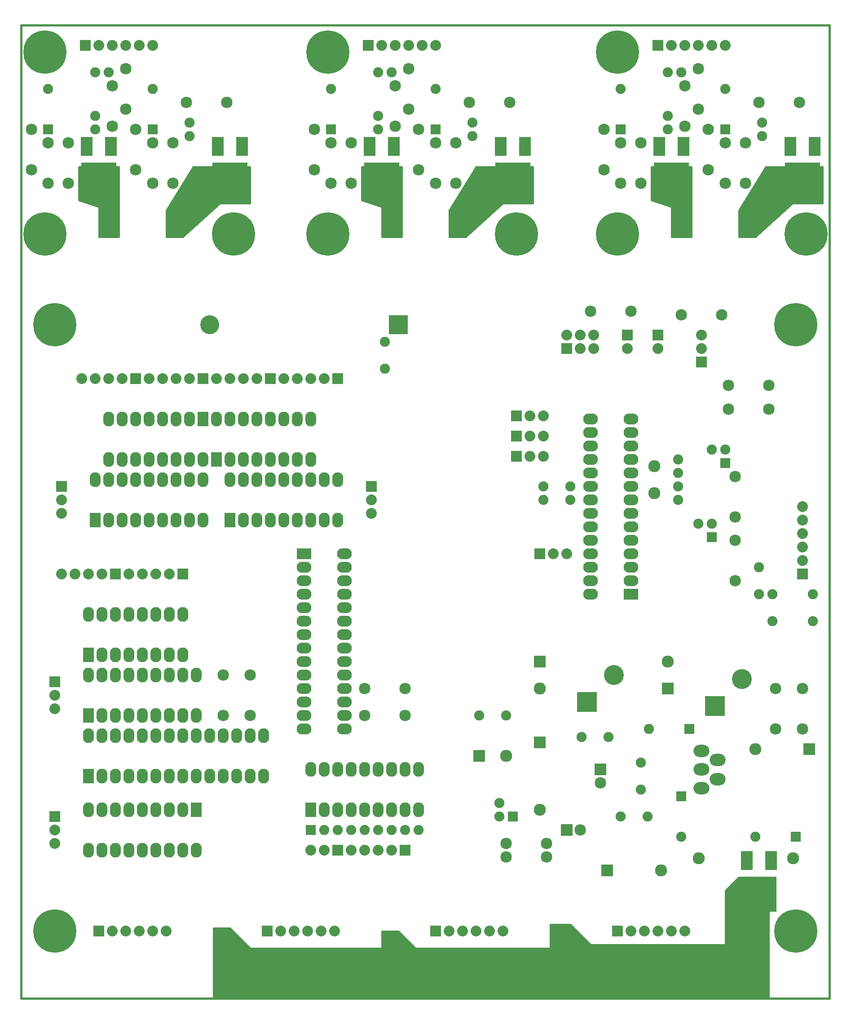
<source format=gbs>
G04 (created by PCBNEW-RS274X (2011-05-25)-stable) date Mon 18 Jun 2012 11:26:01 PM MDT*
G01*
G70*
G90*
%MOIN*%
G04 Gerber Fmt 3.4, Leading zero omitted, Abs format*
%FSLAX34Y34*%
G04 APERTURE LIST*
%ADD10C,0.006000*%
%ADD11C,0.015000*%
%ADD12C,0.085000*%
%ADD13R,0.080000X0.080000*%
%ADD14C,0.080000*%
%ADD15R,0.085000X0.140000*%
%ADD16R,0.260000X0.260000*%
%ADD17R,0.075000X0.075000*%
%ADD18C,0.075000*%
%ADD19C,0.320000*%
%ADD20O,0.110000X0.082000*%
%ADD21R,0.110000X0.082000*%
%ADD22O,0.082000X0.110000*%
%ADD23R,0.082000X0.110000*%
%ADD24C,0.090000*%
%ADD25R,0.090000X0.090000*%
%ADD26R,0.085000X0.085000*%
%ADD27R,0.140000X0.140000*%
%ADD28C,0.140000*%
%ADD29O,0.118400X0.090900*%
%ADD30R,0.147600X0.147600*%
%ADD31C,0.147600*%
%ADD32C,0.010000*%
G04 APERTURE END LIST*
G54D10*
G54D11*
X68250Y-04750D02*
X68250Y-77000D01*
X08250Y-04750D02*
X68250Y-04750D01*
X08250Y-77000D02*
X08250Y-04750D01*
X68250Y-77000D02*
X08250Y-77000D01*
G54D12*
X52750Y-13500D03*
X52750Y-16500D03*
X63000Y-10500D03*
X66000Y-10500D03*
X57500Y-12250D03*
X57500Y-09250D03*
X62000Y-16500D03*
X62000Y-13500D03*
X54250Y-16500D03*
X54250Y-13500D03*
X60500Y-13500D03*
X60500Y-16500D03*
X59250Y-12500D03*
X59250Y-15500D03*
X51500Y-12500D03*
X51500Y-15500D03*
X58500Y-08000D03*
X58500Y-11000D03*
G54D13*
X55500Y-06250D03*
G54D14*
X56500Y-06250D03*
X57500Y-06250D03*
X58500Y-06250D03*
X59500Y-06250D03*
X60500Y-06250D03*
G54D15*
X65350Y-13750D03*
G54D16*
X66250Y-16250D03*
G54D15*
X67150Y-13750D03*
X55600Y-13750D03*
G54D16*
X56500Y-16250D03*
G54D15*
X57400Y-13750D03*
G54D17*
X52750Y-12500D03*
G54D18*
X52750Y-09500D03*
G54D19*
X66500Y-20250D03*
X52500Y-06750D03*
X52500Y-20250D03*
G54D18*
X56250Y-08250D03*
X57250Y-08250D03*
X56250Y-11500D03*
X56250Y-12500D03*
X63250Y-12000D03*
X63250Y-13000D03*
G54D17*
X60500Y-12500D03*
G54D18*
X60500Y-09500D03*
G54D17*
X39000Y-12500D03*
G54D18*
X39000Y-09500D03*
X41750Y-12000D03*
X41750Y-13000D03*
X34750Y-11500D03*
X34750Y-12500D03*
X34750Y-08250D03*
X35750Y-08250D03*
G54D19*
X31000Y-20250D03*
X31000Y-06750D03*
X45000Y-20250D03*
G54D17*
X31250Y-12500D03*
G54D18*
X31250Y-09500D03*
G54D15*
X34100Y-13750D03*
G54D16*
X35000Y-16250D03*
G54D15*
X35900Y-13750D03*
X43850Y-13750D03*
G54D16*
X44750Y-16250D03*
G54D15*
X45650Y-13750D03*
G54D13*
X34000Y-06250D03*
G54D14*
X35000Y-06250D03*
X36000Y-06250D03*
X37000Y-06250D03*
X38000Y-06250D03*
X39000Y-06250D03*
G54D12*
X37000Y-08000D03*
X37000Y-11000D03*
X30000Y-12500D03*
X30000Y-15500D03*
X37750Y-12500D03*
X37750Y-15500D03*
X39000Y-13500D03*
X39000Y-16500D03*
X32750Y-16500D03*
X32750Y-13500D03*
X40500Y-16500D03*
X40500Y-13500D03*
X36000Y-12250D03*
X36000Y-09250D03*
X41500Y-10500D03*
X44500Y-10500D03*
X31250Y-13500D03*
X31250Y-16500D03*
G54D13*
X45000Y-35250D03*
G54D14*
X46000Y-35250D03*
X47000Y-35250D03*
G54D13*
X45000Y-36750D03*
G54D14*
X46000Y-36750D03*
X47000Y-36750D03*
G54D13*
X45000Y-33750D03*
G54D14*
X46000Y-33750D03*
X47000Y-33750D03*
G54D13*
X14000Y-72000D03*
G54D14*
X15000Y-72000D03*
X16000Y-72000D03*
X17000Y-72000D03*
X18000Y-72000D03*
X19000Y-72000D03*
G54D13*
X26500Y-72000D03*
G54D14*
X27500Y-72000D03*
X28500Y-72000D03*
X29500Y-72000D03*
X30500Y-72000D03*
X31500Y-72000D03*
G54D20*
X29250Y-45000D03*
X29250Y-46000D03*
X29250Y-47000D03*
X29250Y-48000D03*
X29250Y-49000D03*
X29250Y-50000D03*
X29250Y-51000D03*
X29250Y-52000D03*
X29250Y-53000D03*
X29250Y-54000D03*
X29250Y-55000D03*
X29250Y-56000D03*
X29250Y-57000D03*
G54D21*
X29250Y-44000D03*
G54D20*
X32250Y-57000D03*
X32250Y-56000D03*
X32250Y-55000D03*
X32250Y-54000D03*
X32250Y-53000D03*
X32250Y-52000D03*
X32250Y-51000D03*
X32250Y-50000D03*
X32250Y-49000D03*
X32250Y-48000D03*
X32250Y-47000D03*
X32250Y-46000D03*
X32250Y-45000D03*
X32250Y-44000D03*
G54D22*
X14250Y-60500D03*
X15250Y-60500D03*
X16250Y-60500D03*
X17250Y-60500D03*
X18250Y-60500D03*
X19250Y-60500D03*
X20250Y-60500D03*
X21250Y-60500D03*
X22250Y-60500D03*
X23250Y-60500D03*
X24250Y-60500D03*
X25250Y-60500D03*
X26250Y-60500D03*
G54D23*
X13250Y-60500D03*
G54D22*
X26250Y-57500D03*
X25250Y-57500D03*
X24250Y-57500D03*
X23250Y-57500D03*
X22250Y-57500D03*
X21250Y-57500D03*
X20250Y-57500D03*
X19250Y-57500D03*
X18250Y-57500D03*
X17250Y-57500D03*
X16250Y-57500D03*
X15250Y-57500D03*
X14250Y-57500D03*
X13250Y-57500D03*
G54D23*
X29750Y-63000D03*
G54D22*
X30750Y-63000D03*
X31750Y-63000D03*
X32750Y-63000D03*
X33750Y-63000D03*
X34750Y-63000D03*
X35750Y-63000D03*
X36750Y-63000D03*
X37750Y-63000D03*
X37750Y-60000D03*
X36750Y-60000D03*
X35750Y-60000D03*
X34750Y-60000D03*
X33750Y-60000D03*
X32750Y-60000D03*
X31750Y-60000D03*
X30750Y-60000D03*
X29750Y-60000D03*
G54D24*
X62750Y-58500D03*
G54D25*
X66750Y-58500D03*
G54D17*
X65750Y-65000D03*
G54D18*
X62750Y-65000D03*
X49000Y-39000D03*
X47000Y-39000D03*
X54750Y-63500D03*
X52750Y-63500D03*
X35250Y-30250D03*
X35250Y-28250D03*
X57000Y-39000D03*
X57000Y-40000D03*
X49850Y-57600D03*
X51850Y-57600D03*
X57000Y-38000D03*
X57000Y-37000D03*
G54D13*
X39000Y-72000D03*
G54D14*
X40000Y-72000D03*
X41000Y-72000D03*
X42000Y-72000D03*
X43000Y-72000D03*
X44000Y-72000D03*
G54D25*
X46750Y-52000D03*
G54D24*
X46750Y-54000D03*
G54D18*
X63000Y-47000D03*
X63000Y-45000D03*
G54D24*
X46750Y-63000D03*
G54D25*
X46750Y-58000D03*
G54D24*
X55750Y-67500D03*
G54D25*
X51750Y-67500D03*
G54D17*
X57250Y-62000D03*
G54D18*
X57250Y-65000D03*
G54D17*
X57850Y-57000D03*
G54D18*
X54850Y-57000D03*
G54D13*
X52500Y-72000D03*
G54D14*
X53500Y-72000D03*
X54500Y-72000D03*
X55500Y-72000D03*
X56500Y-72000D03*
X57500Y-72000D03*
G54D20*
X53500Y-46000D03*
X53500Y-45000D03*
X53500Y-44000D03*
X53500Y-43000D03*
X53500Y-42000D03*
X53500Y-41000D03*
X53500Y-40000D03*
X53500Y-39000D03*
X53500Y-38000D03*
X53500Y-37000D03*
X53500Y-36000D03*
X53500Y-35000D03*
X53500Y-34000D03*
G54D21*
X53500Y-47000D03*
G54D20*
X50500Y-34000D03*
X50500Y-35000D03*
X50500Y-36000D03*
X50500Y-37000D03*
X50500Y-38000D03*
X50500Y-39000D03*
X50500Y-40000D03*
X50500Y-41000D03*
X50500Y-42000D03*
X50500Y-43000D03*
X50500Y-44000D03*
X50500Y-45000D03*
X50500Y-46000D03*
X50500Y-47000D03*
G54D13*
X48750Y-28750D03*
G54D14*
X48750Y-27750D03*
X49750Y-28750D03*
X49750Y-27750D03*
X50750Y-28750D03*
X50750Y-27750D03*
G54D18*
X67000Y-47000D03*
X67000Y-49000D03*
X64000Y-47000D03*
X64000Y-49000D03*
G54D26*
X48750Y-64500D03*
G54D12*
X49750Y-64500D03*
G54D25*
X42250Y-59000D03*
G54D24*
X44250Y-59000D03*
G54D18*
X44250Y-56000D03*
X42250Y-56000D03*
G54D25*
X56250Y-54000D03*
G54D24*
X56250Y-52000D03*
G54D26*
X51250Y-60000D03*
G54D12*
X51250Y-61000D03*
G54D18*
X54250Y-61500D03*
X54250Y-59500D03*
X47000Y-40000D03*
X49000Y-40000D03*
G54D12*
X47250Y-66500D03*
X44250Y-66500D03*
X44250Y-65500D03*
X47250Y-65500D03*
X66250Y-54000D03*
X66250Y-57000D03*
X64250Y-57000D03*
X64250Y-54000D03*
X25250Y-56000D03*
X25250Y-53000D03*
X50500Y-26000D03*
X53500Y-26000D03*
G54D17*
X44750Y-63500D03*
G54D18*
X43750Y-63500D03*
X43750Y-62500D03*
G54D24*
X55250Y-37500D03*
X55250Y-39500D03*
G54D23*
X23750Y-41500D03*
G54D22*
X24750Y-41500D03*
X25750Y-41500D03*
X26750Y-41500D03*
X27750Y-41500D03*
X28750Y-41500D03*
X29750Y-41500D03*
X30750Y-41500D03*
X31750Y-41500D03*
X31750Y-38500D03*
X30750Y-38500D03*
X29750Y-38500D03*
X28750Y-38500D03*
X27750Y-38500D03*
X26750Y-38500D03*
X25750Y-38500D03*
X24750Y-38500D03*
X23750Y-38500D03*
G54D23*
X13750Y-41500D03*
G54D22*
X14750Y-41500D03*
X15750Y-41500D03*
X16750Y-41500D03*
X17750Y-41500D03*
X18750Y-41500D03*
X19750Y-41500D03*
X20750Y-41500D03*
X21750Y-41500D03*
X21750Y-38500D03*
X20750Y-38500D03*
X19750Y-38500D03*
X18750Y-38500D03*
X17750Y-38500D03*
X16750Y-38500D03*
X15750Y-38500D03*
X14750Y-38500D03*
X13750Y-38500D03*
G54D23*
X13250Y-56000D03*
G54D22*
X14250Y-56000D03*
X15250Y-56000D03*
X16250Y-56000D03*
X17250Y-56000D03*
X18250Y-56000D03*
X19250Y-56000D03*
X20250Y-56000D03*
X21250Y-56000D03*
X21250Y-53000D03*
X20250Y-53000D03*
X19250Y-53000D03*
X18250Y-53000D03*
X17250Y-53000D03*
X16250Y-53000D03*
X15250Y-53000D03*
X14250Y-53000D03*
X13250Y-53000D03*
G54D23*
X21250Y-63000D03*
G54D22*
X20250Y-63000D03*
X19250Y-63000D03*
X18250Y-63000D03*
X17250Y-63000D03*
X16250Y-63000D03*
X15250Y-63000D03*
X14250Y-63000D03*
X13250Y-63000D03*
X13250Y-66000D03*
X14250Y-66000D03*
X15250Y-66000D03*
X16250Y-66000D03*
X17250Y-66000D03*
X18250Y-66000D03*
X19250Y-66000D03*
X20250Y-66000D03*
X21250Y-66000D03*
G54D12*
X63750Y-33250D03*
X60750Y-33250D03*
X63750Y-31500D03*
X60750Y-31500D03*
G54D27*
X36250Y-27000D03*
G54D28*
X22250Y-27000D03*
G54D12*
X33750Y-56000D03*
X36750Y-56000D03*
G54D23*
X21750Y-34000D03*
G54D22*
X20750Y-34000D03*
X19750Y-34000D03*
X18750Y-34000D03*
X17750Y-34000D03*
X16750Y-34000D03*
X15750Y-34000D03*
X14750Y-34000D03*
X14750Y-37000D03*
X15750Y-37000D03*
X16750Y-37000D03*
X17750Y-37000D03*
X18750Y-37000D03*
X19750Y-37000D03*
X20750Y-37000D03*
X21750Y-37000D03*
G54D23*
X22750Y-37000D03*
G54D22*
X23750Y-37000D03*
X24750Y-37000D03*
X25750Y-37000D03*
X26750Y-37000D03*
X27750Y-37000D03*
X28750Y-37000D03*
X29750Y-37000D03*
X29750Y-34000D03*
X28750Y-34000D03*
X27750Y-34000D03*
X26750Y-34000D03*
X25750Y-34000D03*
X24750Y-34000D03*
X23750Y-34000D03*
X22750Y-34000D03*
G54D13*
X66250Y-45500D03*
G54D14*
X66250Y-44500D03*
X66250Y-43500D03*
X66250Y-42500D03*
X66250Y-41500D03*
X66250Y-40500D03*
G54D29*
X58754Y-60000D03*
X58754Y-58622D03*
X58754Y-61378D03*
X59935Y-60709D03*
X59935Y-59291D03*
G54D19*
X10750Y-27000D03*
X65750Y-27000D03*
X10750Y-72000D03*
X65750Y-72000D03*
G54D17*
X29750Y-64500D03*
G54D18*
X30750Y-64500D03*
X31750Y-64500D03*
X32750Y-64500D03*
X33750Y-64500D03*
X34750Y-64500D03*
X35750Y-64500D03*
X36750Y-64500D03*
X37750Y-64500D03*
G54D12*
X61250Y-41250D03*
X61250Y-38250D03*
X61250Y-43000D03*
X61250Y-46000D03*
X33750Y-54000D03*
X36750Y-54000D03*
X23250Y-56000D03*
X23250Y-53000D03*
G54D13*
X31750Y-66000D03*
G54D14*
X30750Y-66000D03*
X29750Y-66000D03*
G54D13*
X34250Y-39000D03*
G54D14*
X34250Y-40000D03*
X34250Y-41000D03*
G54D13*
X11250Y-39000D03*
G54D14*
X11250Y-40000D03*
X11250Y-41000D03*
G54D13*
X10750Y-53500D03*
G54D14*
X10750Y-54500D03*
X10750Y-55500D03*
G54D13*
X10750Y-63500D03*
G54D14*
X10750Y-64500D03*
X10750Y-65500D03*
G54D23*
X13250Y-51500D03*
G54D22*
X14250Y-51500D03*
X15250Y-51500D03*
X16250Y-51500D03*
X17250Y-51500D03*
X18250Y-51500D03*
X19250Y-51500D03*
X20250Y-51500D03*
X20250Y-48500D03*
X19250Y-48500D03*
X18250Y-48500D03*
X17250Y-48500D03*
X16250Y-48500D03*
X15250Y-48500D03*
X14250Y-48500D03*
X13250Y-48500D03*
G54D13*
X21750Y-31000D03*
G54D14*
X20750Y-31000D03*
X19750Y-31000D03*
X18750Y-31000D03*
X17750Y-31000D03*
G54D13*
X31750Y-31000D03*
G54D14*
X30750Y-31000D03*
X29750Y-31000D03*
X28750Y-31000D03*
X27750Y-31000D03*
G54D13*
X36750Y-66000D03*
G54D14*
X35750Y-66000D03*
X34750Y-66000D03*
X33750Y-66000D03*
X32750Y-66000D03*
G54D13*
X20250Y-45500D03*
G54D14*
X19250Y-45500D03*
X18250Y-45500D03*
X17250Y-45500D03*
X16250Y-45500D03*
G54D17*
X59500Y-42750D03*
G54D18*
X59500Y-41750D03*
X58500Y-41750D03*
G54D17*
X60500Y-37250D03*
G54D18*
X60500Y-36250D03*
X59500Y-36250D03*
G54D13*
X55500Y-27750D03*
G54D14*
X55500Y-28750D03*
G54D13*
X53250Y-27750D03*
G54D14*
X53250Y-28750D03*
G54D13*
X16750Y-31000D03*
G54D14*
X15750Y-31000D03*
X14750Y-31000D03*
X13750Y-31000D03*
X12750Y-31000D03*
G54D13*
X26750Y-31000D03*
G54D14*
X25750Y-31000D03*
X24750Y-31000D03*
X23750Y-31000D03*
X22750Y-31000D03*
G54D13*
X15250Y-45500D03*
G54D14*
X14250Y-45500D03*
X13250Y-45500D03*
X12250Y-45500D03*
X11250Y-45500D03*
G54D12*
X57250Y-26250D03*
X60250Y-26250D03*
G54D13*
X46750Y-44000D03*
G54D14*
X47750Y-44000D03*
X48750Y-44000D03*
G54D13*
X58750Y-29750D03*
G54D14*
X58750Y-28750D03*
X58750Y-27750D03*
G54D15*
X62100Y-66750D03*
G54D16*
X63000Y-69250D03*
G54D15*
X63900Y-66750D03*
G54D24*
X58550Y-66600D03*
X65550Y-66600D03*
G54D30*
X50250Y-55000D03*
G54D31*
X52250Y-53000D03*
G54D30*
X59750Y-55300D03*
G54D31*
X61750Y-53300D03*
G54D12*
X10250Y-13500D03*
X10250Y-16500D03*
X20500Y-10500D03*
X23500Y-10500D03*
X15000Y-12250D03*
X15000Y-09250D03*
X19500Y-16500D03*
X19500Y-13500D03*
X11750Y-16500D03*
X11750Y-13500D03*
X18000Y-13500D03*
X18000Y-16500D03*
X16750Y-12500D03*
X16750Y-15500D03*
X09000Y-12500D03*
X09000Y-15500D03*
X16000Y-08000D03*
X16000Y-11000D03*
G54D13*
X13000Y-06250D03*
G54D14*
X14000Y-06250D03*
X15000Y-06250D03*
X16000Y-06250D03*
X17000Y-06250D03*
X18000Y-06250D03*
G54D15*
X22850Y-13750D03*
G54D16*
X23750Y-16250D03*
G54D15*
X24650Y-13750D03*
X13100Y-13750D03*
G54D16*
X14000Y-16250D03*
G54D15*
X14900Y-13750D03*
G54D17*
X10250Y-12500D03*
G54D18*
X10250Y-09500D03*
G54D19*
X24000Y-20250D03*
X10000Y-06750D03*
X10000Y-20250D03*
G54D18*
X13750Y-08250D03*
X14750Y-08250D03*
X13750Y-11500D03*
X13750Y-12500D03*
X20750Y-12000D03*
X20750Y-13000D03*
G54D17*
X18000Y-12500D03*
G54D18*
X18000Y-09500D03*
G54D10*
G36*
X63750Y-77000D02*
X63750Y-68000D01*
X61500Y-68000D01*
X60500Y-69000D01*
X60500Y-73000D01*
X50500Y-73000D01*
X49000Y-71500D01*
X47500Y-71500D01*
X47500Y-73250D01*
X37500Y-73250D01*
X36250Y-72000D01*
X35000Y-72000D01*
X35000Y-73250D01*
X25250Y-73250D01*
X23750Y-71750D01*
X22500Y-71750D01*
X22500Y-77000D01*
X63750Y-77000D01*
X63750Y-77000D01*
G37*
G54D32*
X63750Y-77000D02*
X63750Y-68000D01*
X61500Y-68000D01*
X60500Y-69000D01*
X60500Y-73000D01*
X50500Y-73000D01*
X49000Y-71500D01*
X47500Y-71500D01*
X47500Y-73250D01*
X37500Y-73250D01*
X36250Y-72000D01*
X35000Y-72000D01*
X35000Y-73250D01*
X25250Y-73250D01*
X23750Y-71750D01*
X22500Y-71750D01*
X22500Y-77000D01*
X63750Y-77000D01*
G54D10*
G36*
X20250Y-20500D02*
X23000Y-18000D01*
X25250Y-18000D01*
X25250Y-15250D01*
X21000Y-15250D01*
X19000Y-18500D01*
X19000Y-20500D01*
X20250Y-20500D01*
X20250Y-20500D01*
G37*
G54D32*
X20250Y-20500D02*
X23000Y-18000D01*
X25250Y-18000D01*
X25250Y-15250D01*
X21000Y-15250D01*
X19000Y-18500D01*
X19000Y-20500D01*
X20250Y-20500D01*
G54D10*
G36*
X15500Y-20500D02*
X15500Y-15250D01*
X12500Y-15250D01*
X12500Y-17750D01*
X14000Y-18250D01*
X14000Y-20500D01*
X15500Y-20500D01*
X15500Y-20500D01*
G37*
G54D32*
X15500Y-20500D02*
X15500Y-15250D01*
X12500Y-15250D01*
X12500Y-17750D01*
X14000Y-18250D01*
X14000Y-20500D01*
X15500Y-20500D01*
G54D10*
G36*
X41250Y-20500D02*
X44000Y-18000D01*
X46250Y-18000D01*
X46250Y-15250D01*
X42000Y-15250D01*
X40000Y-18500D01*
X40000Y-20500D01*
X41250Y-20500D01*
X41250Y-20500D01*
G37*
G54D32*
X41250Y-20500D02*
X44000Y-18000D01*
X46250Y-18000D01*
X46250Y-15250D01*
X42000Y-15250D01*
X40000Y-18500D01*
X40000Y-20500D01*
X41250Y-20500D01*
G54D10*
G36*
X36500Y-20500D02*
X36500Y-15250D01*
X33500Y-15250D01*
X33500Y-17750D01*
X35000Y-18250D01*
X35000Y-20500D01*
X36500Y-20500D01*
X36500Y-20500D01*
G37*
G54D32*
X36500Y-20500D02*
X36500Y-15250D01*
X33500Y-15250D01*
X33500Y-17750D01*
X35000Y-18250D01*
X35000Y-20500D01*
X36500Y-20500D01*
G54D10*
G36*
X62750Y-20500D02*
X65500Y-18000D01*
X67750Y-18000D01*
X67750Y-15250D01*
X63500Y-15250D01*
X61500Y-18500D01*
X61500Y-20500D01*
X62750Y-20500D01*
X62750Y-20500D01*
G37*
G54D32*
X62750Y-20500D02*
X65500Y-18000D01*
X67750Y-18000D01*
X67750Y-15250D01*
X63500Y-15250D01*
X61500Y-18500D01*
X61500Y-20500D01*
X62750Y-20500D01*
G54D10*
G36*
X58000Y-20500D02*
X58000Y-15250D01*
X55000Y-15250D01*
X55000Y-17750D01*
X56500Y-18250D01*
X56500Y-20500D01*
X58000Y-20500D01*
X58000Y-20500D01*
G37*
G54D32*
X58000Y-20500D02*
X58000Y-15250D01*
X55000Y-15250D01*
X55000Y-17750D01*
X56500Y-18250D01*
X56500Y-20500D01*
X58000Y-20500D01*
M02*

</source>
